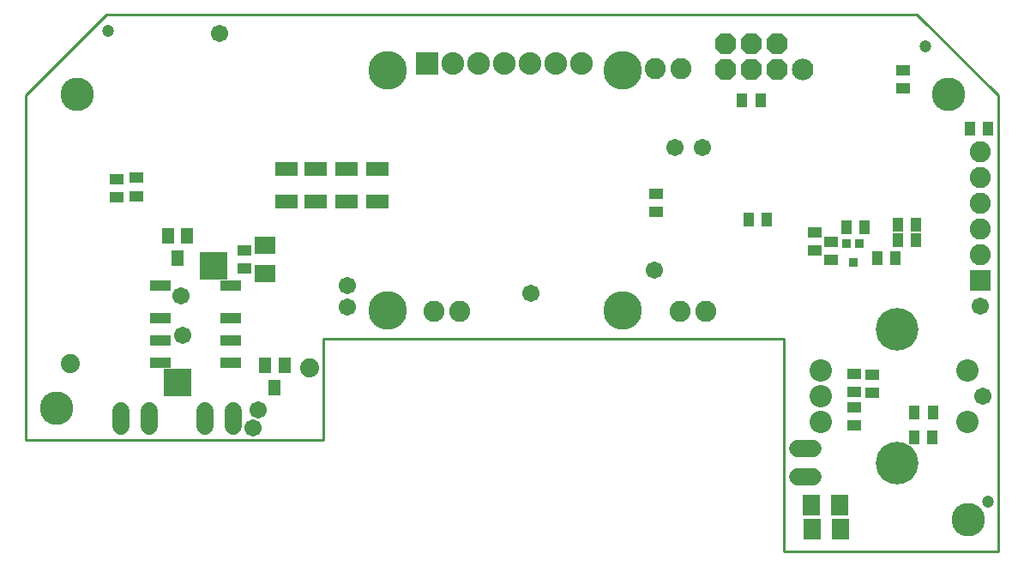
<source format=gbr>
G04 EAGLE Gerber RS-274X export*
G75*
%MOMM*%
%FSLAX34Y34*%
%LPD*%
%INSoldermask Bottom*%
%IPPOS*%
%AMOC8*
5,1,8,0,0,1.08239X$1,22.5*%
G01*
%ADD10C,3.303194*%
%ADD11C,2.203200*%
%ADD12C,4.203200*%
%ADD13R,1.003200X1.403200*%
%ADD14R,2.235200X2.235200*%
%ADD15C,2.235200*%
%ADD16C,3.803200*%
%ADD17R,1.403200X1.003200*%
%ADD18R,0.903200X0.903200*%
%ADD19R,1.803200X2.003200*%
%ADD20R,2.203200X1.403200*%
%ADD21R,1.203200X1.603200*%
%ADD22C,1.727200*%
%ADD23C,1.203200*%
%ADD24C,1.703200*%
%ADD25C,2.082800*%
%ADD26R,2.082800X2.082800*%
%ADD27R,2.003200X1.003200*%
%ADD28R,2.703200X2.703200*%
%ADD29R,2.003200X1.803200*%
%ADD30P,2.254402X8X22.500000*%
%ADD31C,1.879600*%
%ADD32C,2.133600*%
%ADD33C,0.254000*%


D10*
X50800Y340800D03*
X910800Y340800D03*
X30800Y30800D03*
X930800Y-79200D03*
D11*
X785070Y68600D03*
X785070Y17800D03*
X785070Y43200D03*
D12*
X860000Y-22840D03*
X860000Y109240D03*
D11*
X929850Y17800D03*
X929850Y68600D03*
D13*
X828277Y210058D03*
X810277Y210058D03*
D14*
X396320Y371420D03*
D15*
X421720Y371420D03*
X447120Y371420D03*
X472520Y371420D03*
X497920Y371420D03*
X523320Y371420D03*
D16*
X589120Y127820D03*
X357120Y127820D03*
X357120Y364820D03*
X589120Y364820D03*
D15*
X548720Y371420D03*
D17*
X817880Y13860D03*
X817880Y31860D03*
X817880Y46880D03*
X817880Y64880D03*
D13*
X879077Y212598D03*
X861077Y212598D03*
D17*
X779399Y204707D03*
X779399Y186707D03*
X795401Y177817D03*
X795401Y195817D03*
D13*
X858757Y179578D03*
X840757Y179578D03*
X879077Y197358D03*
X861077Y197358D03*
D18*
X810237Y193908D03*
X823237Y193908D03*
X816737Y175408D03*
D13*
X877206Y2413D03*
X895206Y2413D03*
D19*
X776321Y-88138D03*
X804321Y-88138D03*
D17*
X89662Y239666D03*
X89662Y257666D03*
X109347Y240555D03*
X109347Y258555D03*
D20*
X317119Y235079D03*
X317119Y267079D03*
X286639Y235079D03*
X286639Y267079D03*
X347218Y235587D03*
X347218Y267587D03*
X257429Y235079D03*
X257429Y267079D03*
D21*
X246001Y51741D03*
X255501Y73741D03*
X236501Y73741D03*
D22*
X94361Y28448D02*
X94361Y13208D01*
X122301Y13208D02*
X122301Y28448D01*
X176784Y28829D02*
X176784Y13589D01*
X204724Y13589D02*
X204724Y28829D01*
X762000Y-36830D02*
X777240Y-36830D01*
X777240Y-8890D02*
X762000Y-8890D01*
D23*
X81280Y403860D03*
X888619Y388366D03*
X949960Y-60960D03*
D13*
X950324Y306832D03*
X932324Y306832D03*
D17*
X866140Y346600D03*
X866140Y364600D03*
D24*
X229616Y29591D03*
D25*
X621411Y366522D03*
X646811Y366522D03*
D26*
X942340Y157480D03*
D25*
X942340Y182880D03*
X942340Y208280D03*
X942340Y233680D03*
X942340Y259080D03*
X942340Y284480D03*
D13*
X725280Y335280D03*
X707280Y335280D03*
D27*
X202640Y152300D03*
X132640Y152300D03*
X202640Y120300D03*
X132640Y120300D03*
X202640Y98300D03*
X132640Y98300D03*
X202640Y76300D03*
X132640Y76300D03*
D28*
X185140Y171800D03*
X150140Y56800D03*
D17*
X215900Y186800D03*
X215900Y168800D03*
D21*
X149860Y179500D03*
X159360Y201500D03*
X140360Y201500D03*
D29*
X236220Y163800D03*
X236220Y191800D03*
D17*
X622300Y224680D03*
X622300Y242680D03*
D13*
X731630Y217170D03*
X713630Y217170D03*
D19*
X775940Y-64770D03*
X803940Y-64770D03*
D30*
X690880Y365760D03*
X690880Y391160D03*
X716280Y365760D03*
X716280Y391160D03*
X741680Y365760D03*
X741680Y391160D03*
D17*
X835660Y46372D03*
X835660Y64372D03*
D24*
X498348Y144526D03*
D31*
X280670Y71120D03*
D24*
X641350Y288290D03*
X317500Y152400D03*
X317500Y130810D03*
X153670Y142240D03*
X621030Y167640D03*
X668020Y288290D03*
X154940Y102870D03*
X224790Y11430D03*
X942340Y132080D03*
X944880Y43180D03*
D13*
X895460Y26670D03*
X877460Y26670D03*
D24*
X191516Y401320D03*
D25*
X402844Y127000D03*
X428244Y127000D03*
X645668Y127000D03*
X671068Y127000D03*
D31*
X44450Y75438D03*
D32*
X767080Y365760D03*
D33*
X0Y0D02*
X293500Y0D01*
X293500Y100000D01*
X748100Y100000D01*
X748100Y-110000D01*
X960000Y-110000D01*
X960000Y340000D01*
X880028Y419972D01*
X79972Y419972D01*
X0Y340000D01*
X0Y0D01*
M02*

</source>
